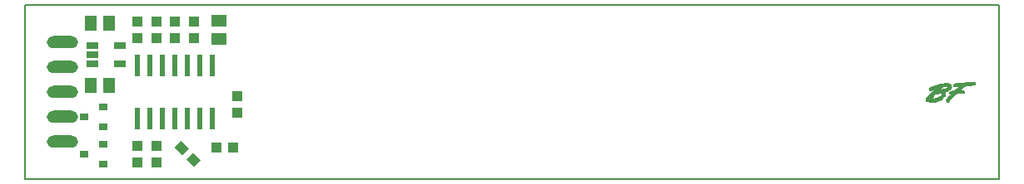
<source format=gts>
G04 #@! TF.FileFunction,Soldermask,Top*
%FSLAX46Y46*%
G04 Gerber Fmt 4.6, Leading zero omitted, Abs format (unit mm)*
G04 Created by KiCad (PCBNEW (2016-05-03 BZR 6266)-product) date Mon Jul 11 04:33:51 2016*
%MOMM*%
%LPD*%
G01*
G04 APERTURE LIST*
%ADD10C,0.350000*%
%ADD11C,0.150000*%
%ADD12C,0.050000*%
%ADD13O,3.175000X1.270000*%
%ADD14R,0.600000X2.200000*%
%ADD15R,1.500000X1.300000*%
%ADD16R,1.000000X1.100000*%
%ADD17R,1.100000X1.000000*%
%ADD18R,1.200000X0.650000*%
%ADD19R,1.300000X1.500000*%
%ADD20R,0.900000X0.800000*%
G04 APERTURE END LIST*
D10*
D11*
X99060000Y-95758000D02*
X99060000Y-113538000D01*
X198120000Y-95758000D02*
X99060000Y-95758000D01*
X198120000Y-113538000D02*
X198120000Y-95758000D01*
X99060000Y-113538000D02*
X198120000Y-113538000D01*
D12*
G36*
X193241040Y-104122621D02*
X193237773Y-104185702D01*
X193225688Y-104240055D01*
X193220484Y-104253139D01*
X193182676Y-104313455D01*
X193124798Y-104373196D01*
X193047948Y-104431658D01*
X192959707Y-104484271D01*
X192959707Y-104100752D01*
X192933708Y-104086350D01*
X192899655Y-104075208D01*
X192847853Y-104068530D01*
X192781223Y-104066220D01*
X192702683Y-104068180D01*
X192615154Y-104074313D01*
X192521556Y-104084522D01*
X192424810Y-104098709D01*
X192391770Y-104104412D01*
X192347671Y-104112635D01*
X192320400Y-104119305D01*
X192305918Y-104126422D01*
X192300186Y-104135984D01*
X192299166Y-104149990D01*
X192299166Y-104150255D01*
X192297226Y-104168082D01*
X192290044Y-104186222D01*
X192275574Y-104206999D01*
X192251773Y-104232734D01*
X192216597Y-104265749D01*
X192168001Y-104308366D01*
X192135518Y-104336140D01*
X192093160Y-104372364D01*
X192057180Y-104403514D01*
X192030365Y-104427149D01*
X192015499Y-104440825D01*
X192013416Y-104443185D01*
X192019593Y-104444244D01*
X192039143Y-104441377D01*
X192073596Y-104434254D01*
X192124483Y-104422545D01*
X192193333Y-104405918D01*
X192246250Y-104392862D01*
X192373293Y-104359206D01*
X192493688Y-104323158D01*
X192605127Y-104285607D01*
X192705304Y-104247443D01*
X192791913Y-104209556D01*
X192862648Y-104172836D01*
X192915203Y-104138172D01*
X192923124Y-104131738D01*
X192959707Y-104100752D01*
X192959707Y-104484271D01*
X192953224Y-104488137D01*
X192841721Y-104541931D01*
X192714537Y-104592336D01*
X192664291Y-104609795D01*
X192624008Y-104623314D01*
X192590952Y-104634422D01*
X192570654Y-104641259D01*
X192567745Y-104642246D01*
X192565714Y-104653402D01*
X192574454Y-104680240D01*
X192591558Y-104717215D01*
X192611281Y-104759647D01*
X192622132Y-104794495D01*
X192626595Y-104832037D01*
X192627250Y-104864810D01*
X192621959Y-104928170D01*
X192604985Y-104988242D01*
X192574674Y-105048113D01*
X192529374Y-105110871D01*
X192467429Y-105179605D01*
X192448396Y-105198833D01*
X192338821Y-105295720D01*
X192320333Y-105308988D01*
X192320333Y-104846098D01*
X192310307Y-104828399D01*
X192282417Y-104812288D01*
X192239948Y-104798436D01*
X192186182Y-104787517D01*
X192124403Y-104780202D01*
X192057894Y-104777165D01*
X191992250Y-104778922D01*
X191837344Y-104796033D01*
X191679916Y-104826531D01*
X191652400Y-104833254D01*
X191618124Y-104843111D01*
X191590065Y-104855165D01*
X191562576Y-104872888D01*
X191530014Y-104899748D01*
X191500035Y-104926900D01*
X191417644Y-105002879D01*
X191435072Y-105036580D01*
X191449435Y-105080595D01*
X191451768Y-105128097D01*
X191442296Y-105170933D01*
X191430765Y-105191359D01*
X191405754Y-105212434D01*
X191371703Y-105228911D01*
X191364619Y-105231088D01*
X191302216Y-105248880D01*
X191255734Y-105264322D01*
X191220360Y-105279326D01*
X191191281Y-105295803D01*
X191177113Y-105305542D01*
X191153551Y-105324742D01*
X191140693Y-105339524D01*
X191140043Y-105344633D01*
X191157225Y-105353534D01*
X191188102Y-105362959D01*
X191225325Y-105371145D01*
X191261546Y-105376326D01*
X191275675Y-105377210D01*
X191306109Y-105375534D01*
X191348345Y-105370144D01*
X191393581Y-105362179D01*
X191396450Y-105361593D01*
X191497463Y-105335468D01*
X191609426Y-105297312D01*
X191727547Y-105249240D01*
X191847031Y-105193365D01*
X191963084Y-105131804D01*
X192070912Y-105066671D01*
X192083219Y-105058617D01*
X192136913Y-105021197D01*
X192188641Y-104981608D01*
X192235539Y-104942417D01*
X192274745Y-104906192D01*
X192303393Y-104875497D01*
X192318622Y-104852901D01*
X192320333Y-104846098D01*
X192320333Y-105308988D01*
X192212022Y-105386723D01*
X192071547Y-105470044D01*
X191920939Y-105543884D01*
X191763746Y-105606444D01*
X191603512Y-105655926D01*
X191499412Y-105680224D01*
X191418172Y-105693782D01*
X191335719Y-105702361D01*
X191256890Y-105705822D01*
X191186520Y-105704025D01*
X191129446Y-105696830D01*
X191108541Y-105691529D01*
X191050389Y-105669023D01*
X190995436Y-105637943D01*
X190952042Y-105606960D01*
X190903849Y-105570174D01*
X190863320Y-105591319D01*
X190811130Y-105607997D01*
X190759543Y-105605970D01*
X190712005Y-105587507D01*
X190671959Y-105554878D01*
X190642849Y-105510353D01*
X190628120Y-105456202D01*
X190627000Y-105435582D01*
X190629091Y-105397267D01*
X190634404Y-105363160D01*
X190637932Y-105350873D01*
X190652967Y-105324391D01*
X190682149Y-105285205D01*
X190723963Y-105234853D01*
X190776899Y-105174874D01*
X190839443Y-105106805D01*
X190910082Y-105032185D01*
X190987305Y-104952552D01*
X191069599Y-104869443D01*
X191155451Y-104784399D01*
X191243349Y-104698956D01*
X191331780Y-104614652D01*
X191419232Y-104533027D01*
X191504192Y-104455617D01*
X191585149Y-104383963D01*
X191608838Y-104363466D01*
X191643692Y-104333179D01*
X191671166Y-104308712D01*
X191688194Y-104292836D01*
X191692163Y-104288166D01*
X191681175Y-104291410D01*
X191653886Y-104300321D01*
X191614008Y-104313663D01*
X191565249Y-104330204D01*
X191546809Y-104336508D01*
X191434539Y-104377052D01*
X191343138Y-104414625D01*
X191272631Y-104449213D01*
X191223045Y-104480806D01*
X191213026Y-104489014D01*
X191169687Y-104514517D01*
X191122466Y-104521521D01*
X191075645Y-104511060D01*
X191033505Y-104484163D01*
X191000328Y-104441863D01*
X190997843Y-104437170D01*
X190979915Y-104380230D01*
X190981654Y-104322038D01*
X191002248Y-104266691D01*
X191040883Y-104218282D01*
X191041365Y-104217840D01*
X191071724Y-104195831D01*
X191119220Y-104168667D01*
X191180839Y-104137662D01*
X191253564Y-104104132D01*
X191334380Y-104069391D01*
X191420271Y-104034756D01*
X191508222Y-104001540D01*
X191595217Y-103971059D01*
X191643000Y-103955482D01*
X191764010Y-103919365D01*
X191891035Y-103885359D01*
X192021384Y-103853927D01*
X192152367Y-103825535D01*
X192281293Y-103800643D01*
X192405472Y-103779717D01*
X192522213Y-103763219D01*
X192628825Y-103751613D01*
X192722618Y-103745361D01*
X192800901Y-103744928D01*
X192845543Y-103748400D01*
X192945958Y-103769482D01*
X193034679Y-103804789D01*
X193109976Y-103853146D01*
X193170115Y-103913379D01*
X193213363Y-103984315D01*
X193221050Y-104002839D01*
X193235472Y-104058953D01*
X193241040Y-104122621D01*
X193241040Y-104122621D01*
X193241040Y-104122621D01*
G37*
X193241040Y-104122621D02*
X193237773Y-104185702D01*
X193225688Y-104240055D01*
X193220484Y-104253139D01*
X193182676Y-104313455D01*
X193124798Y-104373196D01*
X193047948Y-104431658D01*
X192959707Y-104484271D01*
X192959707Y-104100752D01*
X192933708Y-104086350D01*
X192899655Y-104075208D01*
X192847853Y-104068530D01*
X192781223Y-104066220D01*
X192702683Y-104068180D01*
X192615154Y-104074313D01*
X192521556Y-104084522D01*
X192424810Y-104098709D01*
X192391770Y-104104412D01*
X192347671Y-104112635D01*
X192320400Y-104119305D01*
X192305918Y-104126422D01*
X192300186Y-104135984D01*
X192299166Y-104149990D01*
X192299166Y-104150255D01*
X192297226Y-104168082D01*
X192290044Y-104186222D01*
X192275574Y-104206999D01*
X192251773Y-104232734D01*
X192216597Y-104265749D01*
X192168001Y-104308366D01*
X192135518Y-104336140D01*
X192093160Y-104372364D01*
X192057180Y-104403514D01*
X192030365Y-104427149D01*
X192015499Y-104440825D01*
X192013416Y-104443185D01*
X192019593Y-104444244D01*
X192039143Y-104441377D01*
X192073596Y-104434254D01*
X192124483Y-104422545D01*
X192193333Y-104405918D01*
X192246250Y-104392862D01*
X192373293Y-104359206D01*
X192493688Y-104323158D01*
X192605127Y-104285607D01*
X192705304Y-104247443D01*
X192791913Y-104209556D01*
X192862648Y-104172836D01*
X192915203Y-104138172D01*
X192923124Y-104131738D01*
X192959707Y-104100752D01*
X192959707Y-104484271D01*
X192953224Y-104488137D01*
X192841721Y-104541931D01*
X192714537Y-104592336D01*
X192664291Y-104609795D01*
X192624008Y-104623314D01*
X192590952Y-104634422D01*
X192570654Y-104641259D01*
X192567745Y-104642246D01*
X192565714Y-104653402D01*
X192574454Y-104680240D01*
X192591558Y-104717215D01*
X192611281Y-104759647D01*
X192622132Y-104794495D01*
X192626595Y-104832037D01*
X192627250Y-104864810D01*
X192621959Y-104928170D01*
X192604985Y-104988242D01*
X192574674Y-105048113D01*
X192529374Y-105110871D01*
X192467429Y-105179605D01*
X192448396Y-105198833D01*
X192338821Y-105295720D01*
X192320333Y-105308988D01*
X192320333Y-104846098D01*
X192310307Y-104828399D01*
X192282417Y-104812288D01*
X192239948Y-104798436D01*
X192186182Y-104787517D01*
X192124403Y-104780202D01*
X192057894Y-104777165D01*
X191992250Y-104778922D01*
X191837344Y-104796033D01*
X191679916Y-104826531D01*
X191652400Y-104833254D01*
X191618124Y-104843111D01*
X191590065Y-104855165D01*
X191562576Y-104872888D01*
X191530014Y-104899748D01*
X191500035Y-104926900D01*
X191417644Y-105002879D01*
X191435072Y-105036580D01*
X191449435Y-105080595D01*
X191451768Y-105128097D01*
X191442296Y-105170933D01*
X191430765Y-105191359D01*
X191405754Y-105212434D01*
X191371703Y-105228911D01*
X191364619Y-105231088D01*
X191302216Y-105248880D01*
X191255734Y-105264322D01*
X191220360Y-105279326D01*
X191191281Y-105295803D01*
X191177113Y-105305542D01*
X191153551Y-105324742D01*
X191140693Y-105339524D01*
X191140043Y-105344633D01*
X191157225Y-105353534D01*
X191188102Y-105362959D01*
X191225325Y-105371145D01*
X191261546Y-105376326D01*
X191275675Y-105377210D01*
X191306109Y-105375534D01*
X191348345Y-105370144D01*
X191393581Y-105362179D01*
X191396450Y-105361593D01*
X191497463Y-105335468D01*
X191609426Y-105297312D01*
X191727547Y-105249240D01*
X191847031Y-105193365D01*
X191963084Y-105131804D01*
X192070912Y-105066671D01*
X192083219Y-105058617D01*
X192136913Y-105021197D01*
X192188641Y-104981608D01*
X192235539Y-104942417D01*
X192274745Y-104906192D01*
X192303393Y-104875497D01*
X192318622Y-104852901D01*
X192320333Y-104846098D01*
X192320333Y-105308988D01*
X192212022Y-105386723D01*
X192071547Y-105470044D01*
X191920939Y-105543884D01*
X191763746Y-105606444D01*
X191603512Y-105655926D01*
X191499412Y-105680224D01*
X191418172Y-105693782D01*
X191335719Y-105702361D01*
X191256890Y-105705822D01*
X191186520Y-105704025D01*
X191129446Y-105696830D01*
X191108541Y-105691529D01*
X191050389Y-105669023D01*
X190995436Y-105637943D01*
X190952042Y-105606960D01*
X190903849Y-105570174D01*
X190863320Y-105591319D01*
X190811130Y-105607997D01*
X190759543Y-105605970D01*
X190712005Y-105587507D01*
X190671959Y-105554878D01*
X190642849Y-105510353D01*
X190628120Y-105456202D01*
X190627000Y-105435582D01*
X190629091Y-105397267D01*
X190634404Y-105363160D01*
X190637932Y-105350873D01*
X190652967Y-105324391D01*
X190682149Y-105285205D01*
X190723963Y-105234853D01*
X190776899Y-105174874D01*
X190839443Y-105106805D01*
X190910082Y-105032185D01*
X190987305Y-104952552D01*
X191069599Y-104869443D01*
X191155451Y-104784399D01*
X191243349Y-104698956D01*
X191331780Y-104614652D01*
X191419232Y-104533027D01*
X191504192Y-104455617D01*
X191585149Y-104383963D01*
X191608838Y-104363466D01*
X191643692Y-104333179D01*
X191671166Y-104308712D01*
X191688194Y-104292836D01*
X191692163Y-104288166D01*
X191681175Y-104291410D01*
X191653886Y-104300321D01*
X191614008Y-104313663D01*
X191565249Y-104330204D01*
X191546809Y-104336508D01*
X191434539Y-104377052D01*
X191343138Y-104414625D01*
X191272631Y-104449213D01*
X191223045Y-104480806D01*
X191213026Y-104489014D01*
X191169687Y-104514517D01*
X191122466Y-104521521D01*
X191075645Y-104511060D01*
X191033505Y-104484163D01*
X191000328Y-104441863D01*
X190997843Y-104437170D01*
X190979915Y-104380230D01*
X190981654Y-104322038D01*
X191002248Y-104266691D01*
X191040883Y-104218282D01*
X191041365Y-104217840D01*
X191071724Y-104195831D01*
X191119220Y-104168667D01*
X191180839Y-104137662D01*
X191253564Y-104104132D01*
X191334380Y-104069391D01*
X191420271Y-104034756D01*
X191508222Y-104001540D01*
X191595217Y-103971059D01*
X191643000Y-103955482D01*
X191764010Y-103919365D01*
X191891035Y-103885359D01*
X192021384Y-103853927D01*
X192152367Y-103825535D01*
X192281293Y-103800643D01*
X192405472Y-103779717D01*
X192522213Y-103763219D01*
X192628825Y-103751613D01*
X192722618Y-103745361D01*
X192800901Y-103744928D01*
X192845543Y-103748400D01*
X192945958Y-103769482D01*
X193034679Y-103804789D01*
X193109976Y-103853146D01*
X193170115Y-103913379D01*
X193213363Y-103984315D01*
X193221050Y-104002839D01*
X193235472Y-104058953D01*
X193241040Y-104122621D01*
X193241040Y-104122621D01*
G36*
X195664583Y-103766697D02*
X195658048Y-103814163D01*
X195640308Y-103860653D01*
X195612425Y-103900663D01*
X195596479Y-103915383D01*
X195584276Y-103923181D01*
X195568018Y-103929114D01*
X195544353Y-103933632D01*
X195509933Y-103937185D01*
X195461409Y-103940224D01*
X195395432Y-103943199D01*
X195387163Y-103943533D01*
X195321217Y-103946385D01*
X195240282Y-103950201D01*
X195150493Y-103954674D01*
X195057989Y-103959494D01*
X194968908Y-103964355D01*
X194939708Y-103966006D01*
X194866574Y-103970161D01*
X194800163Y-103973884D01*
X194743489Y-103977011D01*
X194699563Y-103979376D01*
X194671398Y-103980816D01*
X194662297Y-103981190D01*
X194649460Y-103987651D01*
X194624331Y-104005146D01*
X194590676Y-104030917D01*
X194556464Y-104058694D01*
X194525072Y-104085403D01*
X194484320Y-104120924D01*
X194436628Y-104163065D01*
X194384416Y-104209633D01*
X194330105Y-104258436D01*
X194276114Y-104307282D01*
X194224864Y-104353977D01*
X194178774Y-104396330D01*
X194140265Y-104432147D01*
X194111757Y-104459237D01*
X194095669Y-104475406D01*
X194093205Y-104478401D01*
X194100736Y-104481848D01*
X194126967Y-104483664D01*
X194169489Y-104483791D01*
X194225892Y-104482170D01*
X194233483Y-104481855D01*
X194306285Y-104479711D01*
X194362094Y-104480843D01*
X194404932Y-104485992D01*
X194438819Y-104495897D01*
X194467779Y-104511300D01*
X194491691Y-104529409D01*
X194525535Y-104567304D01*
X194549486Y-104612829D01*
X194561670Y-104660093D01*
X194560215Y-104703200D01*
X194553102Y-104722669D01*
X194545192Y-104735349D01*
X194534957Y-104745693D01*
X194520254Y-104753987D01*
X194498945Y-104760514D01*
X194468886Y-104765559D01*
X194427937Y-104769405D01*
X194373956Y-104772337D01*
X194304802Y-104774639D01*
X194218335Y-104776594D01*
X194135375Y-104778099D01*
X194050329Y-104779841D01*
X193971153Y-104782007D01*
X193900569Y-104784481D01*
X193841300Y-104787147D01*
X193796068Y-104789888D01*
X193767596Y-104792587D01*
X193759567Y-104794184D01*
X193742933Y-104805132D01*
X193713809Y-104829215D01*
X193674384Y-104864321D01*
X193626847Y-104908334D01*
X193573387Y-104959141D01*
X193516193Y-105014628D01*
X193457455Y-105072681D01*
X193399362Y-105131185D01*
X193344102Y-105188028D01*
X193293864Y-105241095D01*
X193270347Y-105266612D01*
X193185557Y-105362306D01*
X193115934Y-105446843D01*
X193059994Y-105522134D01*
X193016252Y-105590090D01*
X193008538Y-105603499D01*
X192974882Y-105653198D01*
X192940008Y-105682805D01*
X192901566Y-105693366D01*
X192857207Y-105685924D01*
X192838992Y-105678890D01*
X192785287Y-105646002D01*
X192744183Y-105598127D01*
X192730905Y-105574858D01*
X192717283Y-105535776D01*
X192715845Y-105493114D01*
X192727325Y-105444837D01*
X192752457Y-105388905D01*
X192791977Y-105323280D01*
X192846618Y-105245926D01*
X192852193Y-105238466D01*
X192882562Y-105198336D01*
X192909495Y-105163850D01*
X192936139Y-105131328D01*
X192965644Y-105097093D01*
X193001159Y-105057464D01*
X193045832Y-105008765D01*
X193085000Y-104966487D01*
X193157784Y-104888099D01*
X193119958Y-104875095D01*
X193081478Y-104858551D01*
X193057903Y-104837727D01*
X193043068Y-104806344D01*
X193039075Y-104792732D01*
X193032727Y-104743810D01*
X193037425Y-104693115D01*
X193051471Y-104646199D01*
X193073167Y-104608616D01*
X193100814Y-104585918D01*
X193102533Y-104585188D01*
X193121640Y-104580049D01*
X193157798Y-104572566D01*
X193207105Y-104563401D01*
X193265659Y-104553215D01*
X193329559Y-104542669D01*
X193394904Y-104532425D01*
X193457791Y-104523144D01*
X193511981Y-104515786D01*
X193528211Y-104513225D01*
X193543550Y-104508960D01*
X193560113Y-104501439D01*
X193580015Y-104489112D01*
X193605372Y-104470427D01*
X193638297Y-104443833D01*
X193680907Y-104407777D01*
X193735316Y-104360710D01*
X193798105Y-104305917D01*
X193859973Y-104251870D01*
X193918938Y-104200421D01*
X193972462Y-104153780D01*
X194018006Y-104114157D01*
X194053034Y-104083762D01*
X194075006Y-104064804D01*
X194076799Y-104063270D01*
X194099580Y-104042287D01*
X194111737Y-104027902D01*
X194111422Y-104023583D01*
X194097608Y-104024655D01*
X194066211Y-104027640D01*
X194020692Y-104032192D01*
X193964515Y-104037964D01*
X193901141Y-104044610D01*
X193896490Y-104045102D01*
X193814615Y-104054518D01*
X193749733Y-104063561D01*
X193703085Y-104072028D01*
X193675910Y-104079715D01*
X193671284Y-104082144D01*
X193647476Y-104090944D01*
X193611289Y-104096329D01*
X193571314Y-104097783D01*
X193536139Y-104094793D01*
X193522015Y-104091092D01*
X193499671Y-104072060D01*
X193483914Y-104038002D01*
X193475369Y-103994203D01*
X193474662Y-103945949D01*
X193482419Y-103898522D01*
X193495219Y-103864566D01*
X193514274Y-103834492D01*
X193535524Y-103810963D01*
X193541074Y-103806722D01*
X193563621Y-103798168D01*
X193605467Y-103788719D01*
X193664771Y-103778547D01*
X193739691Y-103767825D01*
X193828385Y-103756725D01*
X193929014Y-103745420D01*
X194039735Y-103734082D01*
X194158707Y-103722883D01*
X194284089Y-103711996D01*
X194414041Y-103701594D01*
X194546720Y-103691848D01*
X194680285Y-103682931D01*
X194812896Y-103675016D01*
X194942711Y-103668274D01*
X195067889Y-103662879D01*
X195083444Y-103662296D01*
X195209144Y-103658153D01*
X195315320Y-103655789D01*
X195403545Y-103655286D01*
X195475395Y-103656724D01*
X195532443Y-103660183D01*
X195576264Y-103665746D01*
X195608431Y-103673491D01*
X195630518Y-103683501D01*
X195639796Y-103690833D01*
X195658853Y-103723753D01*
X195664583Y-103766697D01*
X195664583Y-103766697D01*
X195664583Y-103766697D01*
G37*
X195664583Y-103766697D02*
X195658048Y-103814163D01*
X195640308Y-103860653D01*
X195612425Y-103900663D01*
X195596479Y-103915383D01*
X195584276Y-103923181D01*
X195568018Y-103929114D01*
X195544353Y-103933632D01*
X195509933Y-103937185D01*
X195461409Y-103940224D01*
X195395432Y-103943199D01*
X195387163Y-103943533D01*
X195321217Y-103946385D01*
X195240282Y-103950201D01*
X195150493Y-103954674D01*
X195057989Y-103959494D01*
X194968908Y-103964355D01*
X194939708Y-103966006D01*
X194866574Y-103970161D01*
X194800163Y-103973884D01*
X194743489Y-103977011D01*
X194699563Y-103979376D01*
X194671398Y-103980816D01*
X194662297Y-103981190D01*
X194649460Y-103987651D01*
X194624331Y-104005146D01*
X194590676Y-104030917D01*
X194556464Y-104058694D01*
X194525072Y-104085403D01*
X194484320Y-104120924D01*
X194436628Y-104163065D01*
X194384416Y-104209633D01*
X194330105Y-104258436D01*
X194276114Y-104307282D01*
X194224864Y-104353977D01*
X194178774Y-104396330D01*
X194140265Y-104432147D01*
X194111757Y-104459237D01*
X194095669Y-104475406D01*
X194093205Y-104478401D01*
X194100736Y-104481848D01*
X194126967Y-104483664D01*
X194169489Y-104483791D01*
X194225892Y-104482170D01*
X194233483Y-104481855D01*
X194306285Y-104479711D01*
X194362094Y-104480843D01*
X194404932Y-104485992D01*
X194438819Y-104495897D01*
X194467779Y-104511300D01*
X194491691Y-104529409D01*
X194525535Y-104567304D01*
X194549486Y-104612829D01*
X194561670Y-104660093D01*
X194560215Y-104703200D01*
X194553102Y-104722669D01*
X194545192Y-104735349D01*
X194534957Y-104745693D01*
X194520254Y-104753987D01*
X194498945Y-104760514D01*
X194468886Y-104765559D01*
X194427937Y-104769405D01*
X194373956Y-104772337D01*
X194304802Y-104774639D01*
X194218335Y-104776594D01*
X194135375Y-104778099D01*
X194050329Y-104779841D01*
X193971153Y-104782007D01*
X193900569Y-104784481D01*
X193841300Y-104787147D01*
X193796068Y-104789888D01*
X193767596Y-104792587D01*
X193759567Y-104794184D01*
X193742933Y-104805132D01*
X193713809Y-104829215D01*
X193674384Y-104864321D01*
X193626847Y-104908334D01*
X193573387Y-104959141D01*
X193516193Y-105014628D01*
X193457455Y-105072681D01*
X193399362Y-105131185D01*
X193344102Y-105188028D01*
X193293864Y-105241095D01*
X193270347Y-105266612D01*
X193185557Y-105362306D01*
X193115934Y-105446843D01*
X193059994Y-105522134D01*
X193016252Y-105590090D01*
X193008538Y-105603499D01*
X192974882Y-105653198D01*
X192940008Y-105682805D01*
X192901566Y-105693366D01*
X192857207Y-105685924D01*
X192838992Y-105678890D01*
X192785287Y-105646002D01*
X192744183Y-105598127D01*
X192730905Y-105574858D01*
X192717283Y-105535776D01*
X192715845Y-105493114D01*
X192727325Y-105444837D01*
X192752457Y-105388905D01*
X192791977Y-105323280D01*
X192846618Y-105245926D01*
X192852193Y-105238466D01*
X192882562Y-105198336D01*
X192909495Y-105163850D01*
X192936139Y-105131328D01*
X192965644Y-105097093D01*
X193001159Y-105057464D01*
X193045832Y-105008765D01*
X193085000Y-104966487D01*
X193157784Y-104888099D01*
X193119958Y-104875095D01*
X193081478Y-104858551D01*
X193057903Y-104837727D01*
X193043068Y-104806344D01*
X193039075Y-104792732D01*
X193032727Y-104743810D01*
X193037425Y-104693115D01*
X193051471Y-104646199D01*
X193073167Y-104608616D01*
X193100814Y-104585918D01*
X193102533Y-104585188D01*
X193121640Y-104580049D01*
X193157798Y-104572566D01*
X193207105Y-104563401D01*
X193265659Y-104553215D01*
X193329559Y-104542669D01*
X193394904Y-104532425D01*
X193457791Y-104523144D01*
X193511981Y-104515786D01*
X193528211Y-104513225D01*
X193543550Y-104508960D01*
X193560113Y-104501439D01*
X193580015Y-104489112D01*
X193605372Y-104470427D01*
X193638297Y-104443833D01*
X193680907Y-104407777D01*
X193735316Y-104360710D01*
X193798105Y-104305917D01*
X193859973Y-104251870D01*
X193918938Y-104200421D01*
X193972462Y-104153780D01*
X194018006Y-104114157D01*
X194053034Y-104083762D01*
X194075006Y-104064804D01*
X194076799Y-104063270D01*
X194099580Y-104042287D01*
X194111737Y-104027902D01*
X194111422Y-104023583D01*
X194097608Y-104024655D01*
X194066211Y-104027640D01*
X194020692Y-104032192D01*
X193964515Y-104037964D01*
X193901141Y-104044610D01*
X193896490Y-104045102D01*
X193814615Y-104054518D01*
X193749733Y-104063561D01*
X193703085Y-104072028D01*
X193675910Y-104079715D01*
X193671284Y-104082144D01*
X193647476Y-104090944D01*
X193611289Y-104096329D01*
X193571314Y-104097783D01*
X193536139Y-104094793D01*
X193522015Y-104091092D01*
X193499671Y-104072060D01*
X193483914Y-104038002D01*
X193475369Y-103994203D01*
X193474662Y-103945949D01*
X193482419Y-103898522D01*
X193495219Y-103864566D01*
X193514274Y-103834492D01*
X193535524Y-103810963D01*
X193541074Y-103806722D01*
X193563621Y-103798168D01*
X193605467Y-103788719D01*
X193664771Y-103778547D01*
X193739691Y-103767825D01*
X193828385Y-103756725D01*
X193929014Y-103745420D01*
X194039735Y-103734082D01*
X194158707Y-103722883D01*
X194284089Y-103711996D01*
X194414041Y-103701594D01*
X194546720Y-103691848D01*
X194680285Y-103682931D01*
X194812896Y-103675016D01*
X194942711Y-103668274D01*
X195067889Y-103662879D01*
X195083444Y-103662296D01*
X195209144Y-103658153D01*
X195315320Y-103655789D01*
X195403545Y-103655286D01*
X195475395Y-103656724D01*
X195532443Y-103660183D01*
X195576264Y-103665746D01*
X195608431Y-103673491D01*
X195630518Y-103683501D01*
X195639796Y-103690833D01*
X195658853Y-103723753D01*
X195664583Y-103766697D01*
X195664583Y-103766697D01*
D13*
X102870000Y-109728000D03*
X102870000Y-107188000D03*
X102870000Y-104648000D03*
X102870000Y-99568000D03*
X102870000Y-102108000D03*
D14*
X116840000Y-101948000D03*
X116840000Y-107348000D03*
X118110000Y-101948000D03*
X115570000Y-101948000D03*
X114300000Y-101948000D03*
X118110000Y-107348000D03*
X115570000Y-107348000D03*
X114300000Y-107348000D03*
X113030000Y-101948000D03*
X111760000Y-101948000D03*
X110490000Y-101948000D03*
X113030000Y-107348000D03*
X111760000Y-107348000D03*
X110490000Y-107348000D03*
D15*
X118745000Y-97348000D03*
X118745000Y-99248000D03*
D16*
X116205000Y-97448000D03*
X116205000Y-99148000D03*
X112395000Y-97448000D03*
X112395000Y-99148000D03*
D17*
X118530000Y-110363000D03*
X120230000Y-110363000D03*
D10*
G36*
X114226497Y-110361604D02*
X114933604Y-109654497D01*
X115711421Y-110432314D01*
X115004314Y-111139421D01*
X114226497Y-110361604D01*
X114226497Y-110361604D01*
G37*
G36*
X115428579Y-111563686D02*
X116135686Y-110856579D01*
X116913503Y-111634396D01*
X116206396Y-112341503D01*
X115428579Y-111563686D01*
X115428579Y-111563686D01*
G37*
D16*
X120650000Y-106768000D03*
X120650000Y-105068000D03*
D18*
X105915000Y-99888000D03*
X105915000Y-100838000D03*
X105915000Y-101788000D03*
X108715000Y-101788000D03*
X108715000Y-99888000D03*
D19*
X105730000Y-104013000D03*
X107630000Y-104013000D03*
X105730000Y-97663000D03*
X107630000Y-97663000D03*
D20*
X107045000Y-111998000D03*
X107045000Y-109998000D03*
X105045000Y-110998000D03*
X107045000Y-108188000D03*
X107045000Y-106188000D03*
X105045000Y-107188000D03*
D16*
X114300000Y-99148000D03*
X114300000Y-97448000D03*
X110490000Y-99148000D03*
X110490000Y-97448000D03*
X110490000Y-111848000D03*
X110490000Y-110148000D03*
X112395000Y-111848000D03*
X112395000Y-110148000D03*
M02*

</source>
